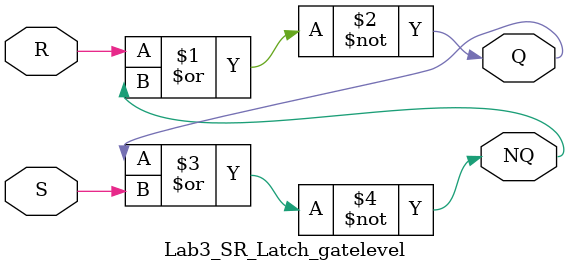
<source format=v>
module Lab3_SR_Latch_gatelevel(Q,NQ,S,R);
	output Q,NQ;
	input S,R;
	nor #(2)G1(Q,R,NQ);
	nor #(2)G2(NQ,Q,S);
endmodule

</source>
